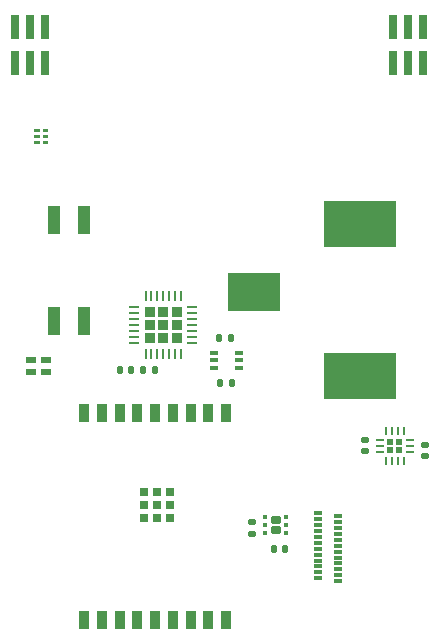
<source format=gbr>
%TF.GenerationSoftware,KiCad,Pcbnew,7.0.5*%
%TF.CreationDate,2023-06-16T17:12:54-04:00*%
%TF.ProjectId,ESP32Sensor-Sensor_board,45535033-3253-4656-9e73-6f722d53656e,rev?*%
%TF.SameCoordinates,Original*%
%TF.FileFunction,Paste,Top*%
%TF.FilePolarity,Positive*%
%FSLAX46Y46*%
G04 Gerber Fmt 4.6, Leading zero omitted, Abs format (unit mm)*
G04 Created by KiCad (PCBNEW 7.0.5) date 2023-06-16 17:12:54*
%MOMM*%
%LPD*%
G01*
G04 APERTURE LIST*
G04 Aperture macros list*
%AMRoundRect*
0 Rectangle with rounded corners*
0 $1 Rounding radius*
0 $2 $3 $4 $5 $6 $7 $8 $9 X,Y pos of 4 corners*
0 Add a 4 corners polygon primitive as box body*
4,1,4,$2,$3,$4,$5,$6,$7,$8,$9,$2,$3,0*
0 Add four circle primitives for the rounded corners*
1,1,$1+$1,$2,$3*
1,1,$1+$1,$4,$5*
1,1,$1+$1,$6,$7*
1,1,$1+$1,$8,$9*
0 Add four rect primitives between the rounded corners*
20,1,$1+$1,$2,$3,$4,$5,0*
20,1,$1+$1,$4,$5,$6,$7,0*
20,1,$1+$1,$6,$7,$8,$9,0*
20,1,$1+$1,$8,$9,$2,$3,0*%
G04 Aperture macros list end*
%ADD10RoundRect,0.140000X0.140000X0.170000X-0.140000X0.170000X-0.140000X-0.170000X0.140000X-0.170000X0*%
%ADD11RoundRect,0.135000X0.135000X0.185000X-0.135000X0.185000X-0.135000X-0.185000X0.135000X-0.185000X0*%
%ADD12R,0.700000X0.300000*%
%ADD13R,0.782500X0.355600*%
%ADD14RoundRect,0.172500X-0.262500X-0.172500X0.262500X-0.172500X0.262500X0.172500X-0.262500X0.172500X0*%
%ADD15RoundRect,0.093750X-0.093750X-0.106250X0.093750X-0.106250X0.093750X0.106250X-0.093750X0.106250X0*%
%ADD16RoundRect,0.135000X-0.135000X-0.185000X0.135000X-0.185000X0.135000X0.185000X-0.135000X0.185000X0*%
%ADD17R,0.760000X2.030000*%
%ADD18RoundRect,0.145000X0.145000X0.145000X-0.145000X0.145000X-0.145000X-0.145000X0.145000X-0.145000X0*%
%ADD19RoundRect,0.062500X0.275000X0.062500X-0.275000X0.062500X-0.275000X-0.062500X0.275000X-0.062500X0*%
%ADD20RoundRect,0.062500X0.062500X0.275000X-0.062500X0.275000X-0.062500X-0.275000X0.062500X-0.275000X0*%
%ADD21RoundRect,0.140000X-0.170000X0.140000X-0.170000X-0.140000X0.170000X-0.140000X0.170000X0.140000X0*%
%ADD22R,0.863600X0.508000*%
%ADD23RoundRect,0.225000X-0.225000X-0.225000X0.225000X-0.225000X0.225000X0.225000X-0.225000X0.225000X0*%
%ADD24RoundRect,0.062500X-0.337500X-0.062500X0.337500X-0.062500X0.337500X0.062500X-0.337500X0.062500X0*%
%ADD25RoundRect,0.062500X-0.062500X-0.337500X0.062500X-0.337500X0.062500X0.337500X-0.062500X0.337500X0*%
%ADD26R,4.400000X3.300000*%
%ADD27R,6.200000X3.900000*%
%ADD28R,1.130000X2.440000*%
%ADD29R,0.889000X1.498600*%
%ADD30R,0.711200X0.711200*%
G04 APERTURE END LIST*
%TO.C,U6*%
G36*
X-15154920Y-13035109D02*
G01*
X-15655107Y-13035109D01*
X-15655107Y-12784893D01*
X-15154920Y-12784893D01*
X-15154920Y-13035109D01*
G37*
G36*
X-15184892Y-13535108D02*
G01*
X-15655107Y-13535108D01*
X-15655107Y-13284892D01*
X-15184892Y-13284892D01*
X-15184892Y-13535108D01*
G37*
G36*
X-15184892Y-14035107D02*
G01*
X-15655107Y-14035107D01*
X-15655107Y-13784891D01*
X-15184892Y-13784891D01*
X-15184892Y-14035107D01*
G37*
G36*
X-14444893Y-13035109D02*
G01*
X-14915108Y-13035109D01*
X-14915108Y-12784893D01*
X-14444893Y-12784893D01*
X-14444893Y-13035109D01*
G37*
G36*
X-14444893Y-13535108D02*
G01*
X-14915108Y-13535108D01*
X-14915108Y-13284892D01*
X-14444893Y-13284892D01*
X-14444893Y-13535108D01*
G37*
G36*
X-14444893Y-14035107D02*
G01*
X-14915108Y-14035107D01*
X-14915108Y-13784891D01*
X-14444893Y-13784891D01*
X-14444893Y-14035107D01*
G37*
%TD*%
D10*
%TO.C,C1*%
X-7414300Y-33195100D03*
X-8374300Y-33195100D03*
%TD*%
D11*
%TO.C,R1*%
X-5380300Y-33195100D03*
X-6400300Y-33195100D03*
%TD*%
D12*
%TO.C,J2*%
X8396000Y-50838000D03*
X8396000Y-50338000D03*
X8396000Y-49838000D03*
X8396000Y-49338000D03*
X8396000Y-48838000D03*
X8396000Y-48338000D03*
X8396000Y-47838000D03*
X8396000Y-47338000D03*
X8396000Y-46838000D03*
X8396000Y-46338000D03*
X8396000Y-45838000D03*
X8396000Y-45338000D03*
X10096000Y-45588000D03*
X10096000Y-46088000D03*
X10096000Y-46588000D03*
X10096000Y-47088000D03*
X10096000Y-47588000D03*
X10096000Y-48088000D03*
X10096000Y-48588000D03*
X10096000Y-49088000D03*
X10096000Y-49588000D03*
X10096000Y-50088000D03*
X10096000Y-50588000D03*
X10096000Y-51088000D03*
%TD*%
D13*
%TO.C,U4*%
X1699349Y-33034999D03*
X1699349Y-32385000D03*
X1699349Y-31735001D03*
X-429349Y-31735001D03*
X-429349Y-32385000D03*
X-429349Y-33034999D03*
%TD*%
D14*
%TO.C,U5*%
X4827500Y-45940000D03*
X4827500Y-46740000D03*
D15*
X3940000Y-45690000D03*
X3940000Y-46340000D03*
X3940000Y-46990000D03*
X5715000Y-46990000D03*
X5715000Y-46340000D03*
X5715000Y-45690000D03*
%TD*%
D16*
%TO.C,R2*%
X0Y-30480000D03*
X1020000Y-30480000D03*
%TD*%
D17*
%TO.C,J4*%
X-14730000Y-4180000D03*
X-14730000Y-7230000D03*
X-16000000Y-4180000D03*
X-16000000Y-7230000D03*
X-17270000Y-4180000D03*
X-17270000Y-7230000D03*
%TD*%
%TO.C,J3*%
X17270000Y-4180000D03*
X17270000Y-7230000D03*
X16000000Y-4180000D03*
X16000000Y-7230000D03*
X14730000Y-4180000D03*
X14730000Y-7230000D03*
%TD*%
D10*
%TO.C,C4*%
X5589500Y-48330000D03*
X4629500Y-48330000D03*
%TD*%
D18*
%TO.C,U3*%
X15240000Y-40005000D03*
X15240000Y-39285000D03*
X14520000Y-40005000D03*
X14520000Y-39285000D03*
D19*
X16142500Y-40145000D03*
X16142500Y-39645000D03*
X16142500Y-39145000D03*
D20*
X15630000Y-38382500D03*
X15130000Y-38382500D03*
X14630000Y-38382500D03*
X14130000Y-38382500D03*
D19*
X13617500Y-39145000D03*
X13617500Y-39645000D03*
X13617500Y-40145000D03*
D20*
X14130000Y-40907500D03*
X14630000Y-40907500D03*
X15130000Y-40907500D03*
X15630000Y-40907500D03*
%TD*%
D21*
%TO.C,C3*%
X17420000Y-39525000D03*
X17420000Y-40485000D03*
%TD*%
D16*
%TO.C,R3*%
X125000Y-34290000D03*
X1145000Y-34290000D03*
%TD*%
D22*
%TO.C,U13*%
X-15875001Y-32385000D03*
X-15875001Y-33335000D03*
X-14628999Y-33335000D03*
X-14628999Y-32385000D03*
%TD*%
D23*
%TO.C,U2*%
X-5830300Y-28265100D03*
X-5830300Y-29385100D03*
X-5830300Y-30505100D03*
X-4710300Y-28265100D03*
X-4710300Y-29385100D03*
X-4710300Y-30505100D03*
X-3590300Y-28265100D03*
X-3590300Y-29385100D03*
X-3590300Y-30505100D03*
D24*
X-7160300Y-27885100D03*
X-7160300Y-28385100D03*
X-7160300Y-28885100D03*
X-7160300Y-29385100D03*
X-7160300Y-29885100D03*
X-7160300Y-30385100D03*
X-7160300Y-30885100D03*
D25*
X-6210300Y-31835100D03*
X-5710300Y-31835100D03*
X-5210300Y-31835100D03*
X-4710300Y-31835100D03*
X-4210300Y-31835100D03*
X-3710300Y-31835100D03*
X-3210300Y-31835100D03*
D24*
X-2260300Y-30885100D03*
X-2260300Y-30385100D03*
X-2260300Y-29885100D03*
X-2260300Y-29385100D03*
X-2260300Y-28885100D03*
X-2260300Y-28385100D03*
X-2260300Y-27885100D03*
D25*
X-3210300Y-26935100D03*
X-3710300Y-26935100D03*
X-4210300Y-26935100D03*
X-4710300Y-26935100D03*
X-5210300Y-26935100D03*
X-5710300Y-26935100D03*
X-6210300Y-26935100D03*
%TD*%
D26*
%TO.C,J1*%
X2988000Y-26628000D03*
D27*
X11938000Y-33728000D03*
X11938000Y-20828000D03*
%TD*%
D28*
%TO.C,S1*%
X-13970000Y-29065000D03*
X-13970000Y-20465000D03*
X-11430000Y-29065000D03*
X-11430000Y-20465000D03*
%TD*%
D21*
%TO.C,C2*%
X12340000Y-39137000D03*
X12340000Y-40097000D03*
%TD*%
%TO.C,C5*%
X2795500Y-46100000D03*
X2795500Y-47060000D03*
%TD*%
D29*
%TO.C,U1*%
X-11405087Y-54356000D03*
X-9905087Y-54356000D03*
X-8405085Y-54356000D03*
X-6905086Y-54356000D03*
X-5405086Y-54356000D03*
X-3905087Y-54356000D03*
X-2405087Y-54356000D03*
X-905085Y-54356000D03*
X594915Y-54356000D03*
X594915Y-36856000D03*
X-905085Y-36856000D03*
X-2405087Y-36856000D03*
X-3905087Y-36856000D03*
X-5405086Y-36856000D03*
X-6905086Y-36856000D03*
X-8405085Y-36856000D03*
X-9905087Y-36856000D03*
X-11405087Y-36856000D03*
D30*
X-6305110Y-45750198D03*
X-6305110Y-44650198D03*
X-6305110Y-43550198D03*
X-5205112Y-45750300D03*
X-5205112Y-44650300D03*
X-5205112Y-43550299D03*
X-4105114Y-45750198D03*
X-4105114Y-44650198D03*
X-4105114Y-43550198D03*
%TD*%
M02*

</source>
